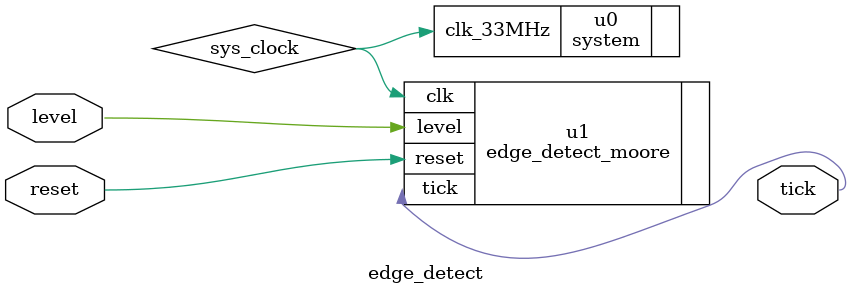
<source format=sv>
`timescale 1ns / 1ps


module edge_detect(
    
    input logic     reset,
    input logic     level,
    output logic    tick
    
    );
    
    logic sys_clk;
    
    system u0(.clk_33MHz    (sys_clock));
    
    edge_detect_moore u1(
            .clk    (sys_clock),
            .reset  (reset),
            .level  (level),
            .tick   (tick)
            );
            
    
endmodule

</source>
